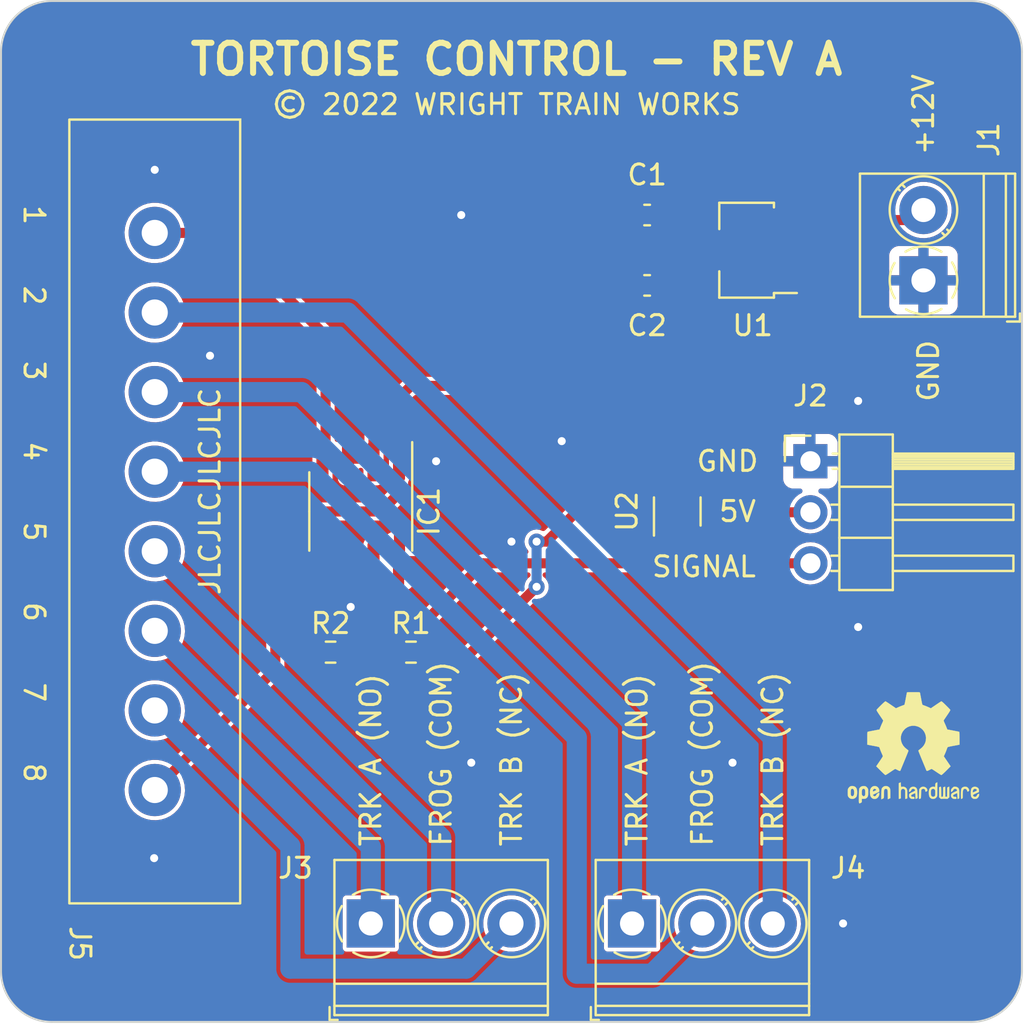
<source format=kicad_pcb>
(kicad_pcb (version 20211014) (generator pcbnew)
  (title_block (title "Tortoise Control Board RJ-45") (date "2022-02-12") (rev "A") (company "Wright Train Works"))
  (layers (0 "F.Cu" signal) (31 "B.Cu" signal) (34 "B.Paste" user) (35 "F.Paste" user) (36 "B.SilkS" user "B.Silkscreen") (37 "F.SilkS" user "F.Silkscreen") (38 "B.Mask" user) (39 "F.Mask" user) (44 "Edge.Cuts" user))
  (net 0 "")
  (net 1 "GND")
  (net 2 "Net-(C1-Pad1)")
  (net 3 "9V")
  (net 4 "5V")
  (net 5 "SIGNAL")
  (net 6 "Net-(J3-Pad1)")
  (net 7 "Net-(J3-Pad2)")
  (net 8 "Net-(J3-Pad3)")
  (net 9 "Net-(J4-Pad1)")
  (net 10 "Net-(J4-Pad2)")
  (net 11 "Net-(J4-Pad3)")
  (net 12 "Net-(IC1-Pad4)")
  (net 13 "Net-(IC1-Pad1)")
  (net 14 "Net-(IC1-Pad6)")
  (footprint "EBM08DSXN:EBM08DSXN" (layer "F.Cu") (at 132.25 100 -90)
    (fp_text reference "J5" (at 21.5 3.72 -90 unlocked) (layer "F.SilkS"))
    (fp_text value "Conn_01x08" hide)
    (pad "1" thru_hole circle (at -13.86 0 270) (size 2.6 2.6) (drill 1.3) (layers *.Cu *.Mask) (net 12 "Net-(IC1-Pad4)"))
    (pad "2" thru_hole circle (at -9.9 0 270) (size 2.6 2.6) (drill 1.3) (layers *.Cu *.Mask) (net 11 "Net-(J4-Pad3)"))
    (pad "3" thru_hole circle (at -5.94 0 270) (size 2.6 2.6) (drill 1.3) (layers *.Cu *.Mask) (net 9 "Net-(J4-Pad1)"))
    (pad "4" thru_hole circle (at -1.98 0 270) (size 2.6 2.6) (drill 1.3) (layers *.Cu *.Mask) (net 10 "Net-(J4-Pad2)"))
    (pad "5" thru_hole circle (at 1.98 0 270) (size 2.6 2.6) (drill 1.3) (layers *.Cu *.Mask) (net 7 "Net-(J3-Pad2)"))
    (pad "6" thru_hole circle (at 5.94 0 270) (size 2.6 2.6) (drill 1.3) (layers *.Cu *.Mask) (net 6 "Net-(J3-Pad1)"))
    (pad "7" thru_hole circle (at 9.9 0 270) (size 2.6 2.6) (drill 1.3) (layers *.Cu *.Mask) (net 8 "Net-(J3-Pad3)"))
    (pad "8" thru_hole circle (at 13.86 0 270) (size 2.6 2.6) (drill 1.3) (layers *.Cu *.Mask) (net 13 "Net-(IC1-Pad1)"))
  )
  (footprint "Package_SO:SOIC-8_3.9x4.9mm_P1.27mm" (layer "F.Cu") (at 142.5 100 -90)
    (fp_text reference "IC1" (at 0 -3.4 -90) (layer "F.SilkS"))
    (fp_text value "L9110S")
    (pad "1" smd roundrect (at -2.475 -1.905 270) (size 1.95 0.6) (layers "F.Cu" "F.Paste" "F.Mask") (net 13 "Net-(IC1-Pad1)"))
    (pad "2" smd roundrect (at -2.475 -0.635 270) (size 1.95 0.6) (layers "F.Cu" "F.Paste" "F.Mask") (net 3 "9V"))
    (pad "3" smd roundrect (at -2.475 0.635 270) (size 1.95 0.6) (layers "F.Cu" "F.Paste" "F.Mask") (net 3 "9V"))
    (pad "4" smd roundrect (at -2.475 1.905 270) (size 1.95 0.6) (layers "F.Cu" "F.Paste" "F.Mask") (net 12 "Net-(IC1-Pad4)"))
    (pad "5" smd roundrect (at 2.475 1.905 270) (size 1.95 0.6) (layers "F.Cu" "F.Paste" "F.Mask") (net 1 "GND"))
    (pad "6" smd roundrect (at 2.475 0.635 270) (size 1.95 0.6) (layers "F.Cu" "F.Paste" "F.Mask") (net 14 "Net-(IC1-Pad6)"))
    (pad "7" smd roundrect (at 2.475 -0.635 270) (size 1.95 0.6) (layers "F.Cu" "F.Paste" "F.Mask") (net 5 "SIGNAL"))
    (pad "8" smd roundrect (at 2.475 -1.905 270) (size 1.95 0.6) (layers "F.Cu" "F.Paste" "F.Mask") (net 1 "GND"))
  )
  (footprint "TerminalBlock_Phoenix:TerminalBlock_Phoenix_PT-1,5-3-3.5-H_1x03_P3.50mm_Horizontal" (layer "F.Cu") (at 143 120.5)
    (fp_text reference "J3" (at -3.75 -2.75) (layer "F.SilkS"))
    (fp_text value "Conn_01x03" hide)
    (pad "1" thru_hole rect (at 0 0) (size 2.4 2.4) (drill 1.2) (layers *.Cu *.Mask) (net 6 "Net-(J3-Pad1)"))
    (pad "2" thru_hole circle (at 3.5 0) (size 2.4 2.4) (drill 1.2) (layers *.Cu *.Mask) (net 7 "Net-(J3-Pad2)"))
    (pad "3" thru_hole circle (at 7 0) (size 2.4 2.4) (drill 1.2) (layers *.Cu *.Mask) (net 8 "Net-(J3-Pad3)"))
  )
  (footprint "TerminalBlock_Phoenix:TerminalBlock_Phoenix_PT-1,5-2-3.5-H_1x02_P3.50mm_Horizontal" (layer "F.Cu") (at 170.5 88.5 90)
    (fp_text reference "J1" (at 7 3.25 90) (layer "F.SilkS"))
    (fp_text value "Conn_01x02" hide)
    (pad "1" thru_hole rect (at 0 0 90) (size 2.4 2.4) (drill 1.2) (layers *.Cu *.Mask) (net 1 "GND"))
    (pad "2" thru_hole circle (at 3.5 0 90) (size 2.4 2.4) (drill 1.2) (layers *.Cu *.Mask) (net 2 "Net-(C1-Pad1)"))
  )
  (footprint "TerminalBlock_Phoenix:TerminalBlock_Phoenix_PT-1,5-3-3.5-H_1x03_P3.50mm_Horizontal" (layer "F.Cu") (at 156 120.5)
    (fp_text reference "J4" (at 10.75 -2.75) (layer "F.SilkS"))
    (fp_text value "Conn_01x03" hide)
    (pad "1" thru_hole rect (at 0 0) (size 2.4 2.4) (drill 1.2) (layers *.Cu *.Mask) (net 9 "Net-(J4-Pad1)"))
    (pad "2" thru_hole circle (at 3.5 0) (size 2.4 2.4) (drill 1.2) (layers *.Cu *.Mask) (net 10 "Net-(J4-Pad2)"))
    (pad "3" thru_hole circle (at 7 0) (size 2.4 2.4) (drill 1.2) (layers *.Cu *.Mask) (net 11 "Net-(J4-Pad3)"))
  )
  (footprint "Capacitor_SMD:C_0603_1608Metric" (layer "F.Cu") (at 156.75 85.25 180)
    (fp_text reference "C1" (at 0 2) (layer "F.SilkS"))
    (fp_text value "330nF" hide)
    (pad "1" smd roundrect (at -0.775 0 180) (size 0.9 0.95) (layers "F.Cu" "F.Paste" "F.Mask") (net 2 "Net-(C1-Pad1)"))
    (pad "2" smd roundrect (at 0.775 0 180) (size 0.9 0.95) (layers "F.Cu" "F.Paste" "F.Mask") (net 1 "GND"))
  )
  (footprint "Connector_PinHeader_2.54mm:PinHeader_1x03_P2.54mm_Horizontal" (layer "F.Cu") (at 164.875 97.5)
    (fp_text reference "J2" (at 0 -3.25) (layer "F.SilkS"))
    (fp_text value "Conn_01x03" hide)
    (pad "1" thru_hole rect (at 0 0) (size 1.7 1.7) (drill 1) (layers *.Cu *.Mask) (net 1 "GND"))
    (pad "2" thru_hole oval (at 0 2.54) (size 1.7 1.7) (drill 1) (layers *.Cu *.Mask) (net 4 "5V"))
    (pad "3" thru_hole oval (at 0 5.08) (size 1.7 1.7) (drill 1) (layers *.Cu *.Mask) (net 5 "SIGNAL"))
  )
  (footprint "Package_TO_SOT_SMD:SOT-353_SC-70-5" (layer "F.Cu") (at 158.25 100 90)
    (fp_text reference "U2" (at 0 -2.5 90) (layer "F.SilkS"))
    (fp_text value "74AHC1G04GW" hide)
    (pad "1" smd rect (at -0.95 -0.65 90) (size 0.65 0.4) (layers "F.Cu" "F.Paste" "F.Mask"))
    (pad "2" smd rect (at -0.95 0 90) (size 0.65 0.4) (layers "F.Cu" "F.Paste" "F.Mask") (net 5 "SIGNAL"))
    (pad "3" smd rect (at -0.95 0.65 90) (size 0.65 0.4) (layers "F.Cu" "F.Paste" "F.Mask") (net 1 "GND"))
    (pad "4" smd rect (at 0.95 0.65 90) (size 0.65 0.4) (layers "F.Cu" "F.Paste" "F.Mask") (net 14 "Net-(IC1-Pad6)"))
    (pad "5" smd rect (at 0.95 -0.65 90) (size 0.65 0.4) (layers "F.Cu" "F.Paste" "F.Mask") (net 4 "5V"))
  )
  (footprint "Capacitor_SMD:C_0603_1608Metric" (layer "F.Cu") (at 156.75 88.75 180)
    (fp_text reference "C2" (at 0 -2) (layer "F.SilkS"))
    (fp_text value "100nF" hide)
    (pad "1" smd roundrect (at -0.775 0 180) (size 0.9 0.95) (layers "F.Cu" "F.Paste" "F.Mask") (net 3 "9V"))
    (pad "2" smd roundrect (at 0.775 0 180) (size 0.9 0.95) (layers "F.Cu" "F.Paste" "F.Mask") (net 1 "GND"))
  )
  (footprint "Symbol:OSHW-Logo2_7.3x6mm_SilkScreen" (layer "F.Cu") (at 170 111.75)
    (fp_text reference "REF**" hide)
    (fp_text value "OSHW-Logo2_7.3x6mm_SilkScreen" hide)
  )
  (footprint "Package_TO_SOT_SMD:SOT-89-3" (layer "F.Cu") (at 162 87 180)
    (fp_text reference "U1" (at 0 -3.75) (layer "F.SilkS"))
    (fp_text value "L78L09" hide)
    (pad "1" smd rect (at -1.65 -1.5 180) (size 1.3 0.9) (layers "F.Cu" "F.Paste" "F.Mask") (net 3 "9V"))
    (pad "2" smd custom (at -1.5625 0 180) (size 1.475 0.9) (layers "F.Cu" "F.Paste" "F.Mask") (net 1 "GND") (options (clearance outline) (anchor rect)) (primitives (gr_poly (pts (xy 3.8625 0.8665) (xy 0.7375 0.8665) (xy 0.7375 -0.8665) (xy 3.8625 -0.8665)) (width 0) (fill yes))))
    (pad "3" smd rect (at -1.65 1.5 180) (size 1.3 0.9) (layers "F.Cu" "F.Paste" "F.Mask") (net 2 "Net-(C1-Pad1)"))
  )
  (footprint "Resistor_SMD:R_0603_1608Metric" (layer "F.Cu") (at 141 107)
    (fp_text reference "R2" (at 0 -1.43) (layer "F.SilkS"))
    (fp_text value "10K" hide)
    (pad "1" smd roundrect (at -0.825 0) (size 0.8 0.95) (layers "F.Cu" "F.Paste" "F.Mask") (net 14 "Net-(IC1-Pad6)"))
    (pad "2" smd roundrect (at 0.825 0) (size 0.8 0.95) (layers "F.Cu" "F.Paste" "F.Mask") (net 1 "GND"))
  )
  (footprint "Resistor_SMD:R_0603_1608Metric" (layer "F.Cu") (at 145 107)
    (fp_text reference "R1" (at 0 -1.43) (layer "F.SilkS"))
    (fp_text value "10K" hide)
    (pad "1" smd roundrect (at -0.825 0) (size 0.8 0.95) (layers "F.Cu" "F.Paste" "F.Mask") (net 5 "SIGNAL"))
    (pad "2" smd roundrect (at 0.825 0) (size 0.8 0.95) (layers "F.Cu" "F.Paste" "F.Mask") (net 1 "GND"))
  )
  (gr_line (start 124.6 122.86) (end 124.6 77.14) (layer "Edge.Cuts") (width 0.1))
  (gr_arc (start 175.4 122.86) (mid 174.656051 124.656051) (end 172.86 125.4) (layer "Edge.Cuts") (width 0.1))
  (gr_arc (start 172.86 74.6) (mid 174.656051 75.343949) (end 175.4 77.14) (layer "Edge.Cuts") (width 0.1))
  (gr_line (start 127.14 74.6) (end 172.86 74.6) (layer "Edge.Cuts") (width 0.1))
  (gr_line (start 172.86 125.4) (end 127.14 125.4) (layer "Edge.Cuts") (width 0.1))
  (gr_arc (start 124.6 77.14) (mid 125.343949 75.343949) (end 127.14 74.6) (layer "Edge.Cuts") (width 0.1))
  (gr_line (start 175.4 77.14) (end 175.4 122.86) (layer "Edge.Cuts") (width 0.1))
  (gr_arc (start 127.14 125.4) (mid 125.343949 124.656051) (end 124.6 122.86) (layer "Edge.Cuts") (width 0.1))
  (gr_text "FROG (COM)" (at 159.5 116.75 90) (layer "F.SilkS") (effects (font (size 1 1)) (justify left)))
  (gr_text "2" (at 126.25 89.25 270) (layer "F.SilkS") (effects (font (size 1 1))))
  (gr_text "5V" (at 161.25 100) (layer "F.SilkS") (effects (font (size 1 1))))
  (gr_text "TRK A (NO)" (at 143 116.75 90) (layer "F.SilkS") (effects (font (size 1 1)) (justify left)))
  (gr_text "5" (at 126.25 101 270) (layer "F.SilkS") (effects (font (size 1 1))))
  (gr_text "JLCJLCJLCJLC" (at 135 99 90) (layer "F.SilkS") (effects (font (size 1 1))))
  (gr_text "TORTOISE CONTROL - REV A" (at 150.25 77.5) (layer "F.SilkS") (effects (font (size 1.5 1.5) (thickness 0.3))))
  (gr_text "TRK B (NC)" (at 163 116.75 90) (layer "F.SilkS") (effects (font (size 1 1)) (justify left)))
  (gr_text "© 2022 WRIGHT TRAIN WORKS" (at 149.75 79.75) (layer "F.SilkS") (effects (font (size 1 1))))
  (gr_text "SIGNAL" (at 162.25 102.75) (layer "F.SilkS") (effects (font (size 1 1)) (justify right)))
  (gr_text "4" (at 126.25 97 270) (layer "F.SilkS") (effects (font (size 1 1))))
  (gr_text "+12V" (at 170.5 80.25 90) (layer "F.SilkS") (effects (font (size 1 1))))
  (gr_text "GND" (at 160.75 97.5) (layer "F.SilkS") (effects (font (size 1 1))))
  (gr_text "TRK B (NC)" (at 150 116.75 90) (layer "F.SilkS") (effects (font (size 1 1)) (justify left)))
  (gr_text "8" (at 126.25 113 270) (layer "F.SilkS") (effects (font (size 1 1))))
  (gr_text "TRK A (NO)" (at 156.25 116.75 90) (layer "F.SilkS") (effects (font (size 1 1)) (justify left)))
  (gr_text "3" (at 126.25 93 270) (layer "F.SilkS") (effects (font (size 1 1))))
  (gr_text "7" (at 126.25 109 270) (layer "F.SilkS") (effects (font (size 1 1))))
  (gr_text "6" (at 126.25 105 270) (layer "F.SilkS") (effects (font (size 1 1))))
  (gr_text "FROG (COM)" (at 146.5 116.75 90) (layer "F.SilkS") (effects (font (size 1 1)) (justify left)))
  (gr_text "1" (at 126.25 85.25 270) (layer "F.SilkS") (effects (font (size 1 1))))
  (gr_text "GND" (at 170.75 93 90) (layer "F.SilkS") (effects (font (size 1 1))))
  (via (at 150 101.5) (size 0.8) (drill 0.4) (layers "F.Cu" "B.Cu") (net 1))
  (via (at 147.5 85.25) (size 0.8) (drill 0.4) (layers "F.Cu" "B.Cu") (net 1))
  (via (at 161 112.5) (size 0.8) (drill 0.4) (layers "F.Cu" "B.Cu") (net 1))
  (via (at 146.25 97.5) (size 0.8) (drill 0.4) (layers "F.Cu" "B.Cu") (net 1))
  (via (at 166.5 120.5) (size 0.8) (drill 0.4) (layers "F.Cu" "B.Cu") (net 1))
  (via (at 167.25 94.5) (size 0.8) (drill 0.4) (layers "F.Cu" "B.Cu") (net 1))
  (via (at 132.22 117.25) (size 0.8) (drill 0.4) (layers "F.Cu" "B.Cu") (net 1))
  (via (at 135 92.25) (size 0.8) (drill 0.4) (layers "F.Cu" "B.Cu") (net 1))
  (via (at 167.25 105.75) (size 0.8) (drill 0.4) (layers "F.Cu" "B.Cu") (net 1))
  (via (at 132.25 83) (size 0.8) (drill 0.4) (layers "F.Cu" "B.Cu") (net 1))
  (via (at 152.5 96.5) (size 0.8) (drill 0.4) (layers "F.Cu" "B.Cu") (net 1))
  (via (at 148 112.5) (size 0.8) (drill 0.4) (layers "F.Cu" "B.Cu") (net 1))
  (via (at 142 104.75) (size 0.8) (drill 0.4) (layers "F.Cu" "B.Cu") (net 1))
  (segment (start 170 85.5) (end 170.5 85) (width 0.5) (layer "F.Cu") (net 2))
  (segment (start 157.775 85.5) (end 163.65 85.5) (width 0.5) (layer "F.Cu") (net 2))
  (segment (start 163.65 85.5) (end 170 85.5) (width 0.5) (layer "F.Cu") (net 2))
  (segment (start 157.525 85.25) (end 157.775 85.5) (width 0.5) (layer "F.Cu") (net 2))
  (segment (start 157.525 88.75) (end 152.525 93.75) (width 0.5) (layer "F.Cu") (net 3))
  (segment (start 152.525 93.75) (end 145 93.75) (width 0.5) (layer "F.Cu") (net 3))
  (segment (start 141.865 97.375) (end 143.135 97.375) (width 0.5) (layer "F.Cu") (net 3))
  (segment (start 145 93.75) (end 143.135 95.615) (width 0.5) (layer "F.Cu") (net 3))
  (segment (start 157.775 88.5) (end 157.525 88.75) (width 0.5) (layer "F.Cu") (net 3))
  (segment (start 143.135 95.615) (end 143.135 97.375) (width 0.5) (layer "F.Cu") (net 3))
  (segment (start 163.65 88.5) (end 157.775 88.5) (width 0.5) (layer "F.Cu") (net 3))
  (segment (start 164.875 100.04) (end 158.59 100.04) (width 0.5) (layer "F.Cu") (net 4))
  (segment (start 158.59 100.04) (end 157.6 99.05) (width 0.5) (layer "F.Cu") (net 4))
  (segment (start 143.135 105.96) (end 144.175 107) (width 0.5) (layer "F.Cu") (net 5))
  (segment (start 158.25 102.5) (end 158.17 102.58) (width 0.5) (layer "F.Cu") (net 5))
  (segment (start 158.17 102.58) (end 164.875 102.58) (width 0.5) (layer "F.Cu") (net 5))
  (segment (start 144.175 107) (end 148.595 102.58) (width 0.5) (layer "F.Cu") (net 5))
  (segment (start 143.135 102.625) (end 143.135 105.96) (width 0.5) (layer "F.Cu") (net 5))
  (segment (start 148.595 102.58) (end 158.17 102.58) (width 0.5) (layer "F.Cu") (net 5))
  (segment (start 158.25 100.95) (end 158.25 102.5) (width 0.5) (layer "F.Cu") (net 5))
  (segment (start 143 116.69) (end 143 120.5) (width 1) (layer "B.Cu") (net 6))
  (segment (start 132.25 105.94) (end 143 116.69) (width 1) (layer "B.Cu") (net 6))
  (segment (start 146.5 116.23) (end 146.5 120.5) (width 1) (layer "B.Cu") (net 7))
  (segment (start 132.25 101.98) (end 146.5 116.23) (width 1) (layer "B.Cu") (net 7))
  (segment (start 132.25 109.9) (end 139 116.65) (width 1) (layer "B.Cu") (net 8))
  (segment (start 139 122.75) (end 147.75 122.75) (width 1) (layer "B.Cu") (net 8))
  (segment (start 147.75 122.75) (end 150 120.5) (width 1) (layer "B.Cu") (net 8))
  (segment (start 139 116.65) (end 139 122.75) (width 1) (layer "B.Cu") (net 8))
  (segment (start 156 110.5) (end 156 120.5) (width 1) (layer "B.Cu") (net 9))
  (segment (start 132.25 94.06) (end 139.56 94.06) (width 1) (layer "B.Cu") (net 9))
  (segment (start 139.56 94.06) (end 156 110.5) (width 1) (layer "B.Cu") (net 9))
  (segment (start 157 123) (end 159.5 120.5) (width 1) (layer "B.Cu") (net 10))
  (segment (start 153.25 123) (end 157 123) (width 1) (layer "B.Cu") (net 10))
  (segment (start 132.25 98.02) (end 140.02 98.02) (width 1) (layer "B.Cu") (net 10))
  (segment (start 140.02 98.02) (end 153.25 111.25) (width 1) (layer "B.Cu") (net 10))
  (segment (start 153.25 111.25) (end 153.25 123) (width 1) (layer "B.Cu") (net 10))
  (segment (start 132.25 90.1) (end 141.85 90.1) (width 1) (layer "B.Cu") (net 11))
  (segment (start 141.85 90.1) (end 163 111.25) (width 1) (layer "B.Cu") (net 11))
  (segment (start 163 111.25) (end 163 120.5) (width 1) (layer "B.Cu") (net 11))
  (segment (start 140.75 91.25) (end 140.75 97.22) (width 0.5) (layer "F.Cu") (net 12))
  (segment (start 140.75 97.22) (end 140.595 97.375) (width 0.5) (layer "F.Cu") (net 12))
  (segment (start 135.64 86.14) (end 140.75 91.25) (width 0.5) (layer "F.Cu") (net 12))
  (segment (start 132.25 86.14) (end 135.64 86.14) (width 0.5) (layer "F.Cu") (net 12))
  (segment (start 140.5 100) (end 143.5 100) (width 0.5) (layer "F.Cu") (net 13))
  (segment (start 138.25 107.86) (end 138.25 102.25) (width 0.5) (layer "F.Cu") (net 13))
  (segment (start 132.25 113.86) (end 138.25 107.86) (width 0.5) (layer "F.Cu") (net 13))
  (segment (start 144.405 99.095) (end 144.405 97.525) (width 0.5) (layer "F.Cu") (net 13))
  (segment (start 138.25 102.25) (end 140.5 100) (width 0.5) (layer "F.Cu") (net 13))
  (segment (start 143.5 100) (end 144.405 99.095) (width 0.5) (layer "F.Cu") (net 13))
  (segment (start 146.25 108.75) (end 141 108.75) (width 0.5) (layer "F.Cu") (net 14))
  (segment (start 140 106.825) (end 140.175 107) (width 0.5) (layer "F.Cu") (net 14))
  (segment (start 158.5 97.75) (end 158.9 98.15) (width 0.5) (layer "F.Cu") (net 14))
  (segment (start 155.5 97.75) (end 158.5 97.75) (width 0.5) (layer "F.Cu") (net 14))
  (segment (start 151.75 101.5) (end 151.25 101.5) (width 0.5) (layer "F.Cu") (net 14))
  (segment (start 151.25 103.75) (end 146.25 108.75) (width 0.5) (layer "F.Cu") (net 14))
  (segment (start 141.865 103.385) (end 140 105.25) (width 0.5) (layer "F.Cu") (net 14))
  (segment (start 158.9 98.15) (end 158.9 99.05) (width 0.5) (layer "F.Cu") (net 14))
  (segment (start 153.25 100) (end 155.5 97.75) (width 0.5) (layer "F.Cu") (net 14))
  (segment (start 141.865 102.625) (end 141.865 103.385) (width 0.5) (layer "F.Cu") (net 14))
  (segment (start 140.175 107.925) (end 140.175 107) (width 0.5) (layer "F.Cu") (net 14))
  (segment (start 141 108.75) (end 140.175 107.925) (width 0.5) (layer "F.Cu") (net 14))
  (segment (start 153.25 100) (end 151.75 101.5) (width 0.5) (layer "F.Cu") (net 14))
  (segment (start 140 105.25) (end 140 106.825) (width 0.5) (layer "F.Cu") (net 14))
  (via (at 151.25 103.75) (size 0.8) (drill 0.4) (layers "F.Cu" "B.Cu") (net 14))
  (via (at 151.25 101.5) (size 0.8) (drill 0.4) (layers "F.Cu" "B.Cu") (net 14))
  (segment (start 151.25 101.5) (end 151.25 103.75) (width 0.5) (layer "B.Cu") (net 14))
  (zone (net 1) (net_name "GND") (layers F&B.Cu) (connect_pads (clearance 0)) (min_thickness 0.254) (fill yes (thermal_gap 0.508) (thermal_bridge_width 0.508))
    (polygon (pts (xy 175.4 125.4) (xy 124.6 125.4) (xy 124.6 74.6) (xy 175.4 74.6)))
  )
)
</source>
